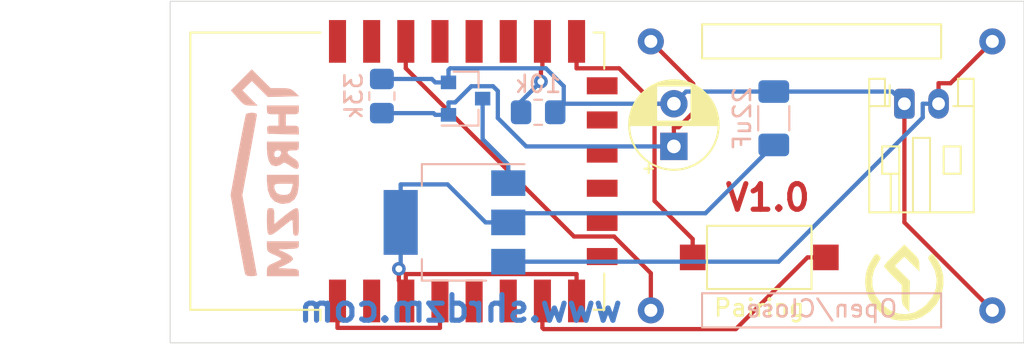
<source format=kicad_pcb>
(kicad_pcb (version 20171130) (host pcbnew "(5.1.9)-1")

  (general
    (thickness 1.6)
    (drawings 7)
    (tracks 85)
    (zones 0)
    (modules 13)
    (nets 24)
  )

  (page A4)
  (layers
    (0 F.Cu signal)
    (31 B.Cu signal)
    (32 B.Adhes user)
    (33 F.Adhes user)
    (34 B.Paste user)
    (35 F.Paste user)
    (36 B.SilkS user)
    (37 F.SilkS user)
    (38 B.Mask user)
    (39 F.Mask user)
    (40 Dwgs.User user)
    (41 Cmts.User user)
    (42 Eco1.User user)
    (43 Eco2.User user)
    (44 Edge.Cuts user)
    (45 Margin user)
    (46 B.CrtYd user)
    (47 F.CrtYd user)
    (48 B.Fab user)
    (49 F.Fab user)
  )

  (setup
    (last_trace_width 0.25)
    (trace_clearance 0.2)
    (zone_clearance 0.508)
    (zone_45_only no)
    (trace_min 0.2)
    (via_size 0.8)
    (via_drill 0.4)
    (via_min_size 0.4)
    (via_min_drill 0.3)
    (uvia_size 0.3)
    (uvia_drill 0.1)
    (uvias_allowed no)
    (uvia_min_size 0.2)
    (uvia_min_drill 0.1)
    (edge_width 0.05)
    (segment_width 0.2)
    (pcb_text_width 0.3)
    (pcb_text_size 1.5 1.5)
    (mod_edge_width 0.12)
    (mod_text_size 1 1)
    (mod_text_width 0.15)
    (pad_size 1.524 1.524)
    (pad_drill 0.762)
    (pad_to_mask_clearance 0)
    (aux_axis_origin 0 0)
    (visible_elements 7FFFFFFF)
    (pcbplotparams
      (layerselection 0x010fc_ffffffff)
      (usegerberextensions false)
      (usegerberattributes true)
      (usegerberadvancedattributes true)
      (creategerberjobfile true)
      (excludeedgelayer true)
      (linewidth 0.100000)
      (plotframeref false)
      (viasonmask false)
      (mode 1)
      (useauxorigin false)
      (hpglpennumber 1)
      (hpglpenspeed 20)
      (hpglpendiameter 15.000000)
      (psnegative false)
      (psa4output false)
      (plotreference true)
      (plotvalue true)
      (plotinvisibletext false)
      (padsonsilk false)
      (subtractmaskfromsilk false)
      (outputformat 1)
      (mirror false)
      (drillshape 1)
      (scaleselection 1)
      (outputdirectory ""))
  )

  (net 0 "")
  (net 1 "Net-(C1-Pad1)")
  (net 2 GND)
  (net 3 +3V3)
  (net 4 "Net-(J1-Pad2)")
  (net 5 "Net-(Q1-Pad3)")
  (net 6 "Net-(R2-Pad1)")
  (net 7 "Net-(SW2-Pad1)")
  (net 8 "Net-(SW3-Pad1)")
  (net 9 "Net-(U2-Pad1)")
  (net 10 "Net-(U2-Pad2)")
  (net 11 "Net-(U2-Pad5)")
  (net 12 "Net-(U2-Pad6)")
  (net 13 "Net-(U2-Pad9)")
  (net 14 "Net-(U2-Pad10)")
  (net 15 "Net-(U2-Pad11)")
  (net 16 "Net-(U2-Pad12)")
  (net 17 "Net-(U2-Pad13)")
  (net 18 "Net-(U2-Pad14)")
  (net 19 "Net-(U2-Pad17)")
  (net 20 "Net-(U2-Pad18)")
  (net 21 "Net-(U2-Pad19)")
  (net 22 "Net-(U2-Pad21)")
  (net 23 "Net-(U2-Pad22)")

  (net_class Default "This is the default net class."
    (clearance 0.2)
    (trace_width 0.25)
    (via_dia 0.8)
    (via_drill 0.4)
    (uvia_dia 0.3)
    (uvia_drill 0.1)
    (add_net +3V3)
    (add_net GND)
    (add_net "Net-(C1-Pad1)")
    (add_net "Net-(J1-Pad2)")
    (add_net "Net-(Q1-Pad3)")
    (add_net "Net-(R2-Pad1)")
    (add_net "Net-(SW2-Pad1)")
    (add_net "Net-(SW3-Pad1)")
    (add_net "Net-(U2-Pad1)")
    (add_net "Net-(U2-Pad10)")
    (add_net "Net-(U2-Pad11)")
    (add_net "Net-(U2-Pad12)")
    (add_net "Net-(U2-Pad13)")
    (add_net "Net-(U2-Pad14)")
    (add_net "Net-(U2-Pad17)")
    (add_net "Net-(U2-Pad18)")
    (add_net "Net-(U2-Pad19)")
    (add_net "Net-(U2-Pad2)")
    (add_net "Net-(U2-Pad21)")
    (add_net "Net-(U2-Pad22)")
    (add_net "Net-(U2-Pad5)")
    (add_net "Net-(U2-Pad6)")
    (add_net "Net-(U2-Pad9)")
  )

  (module "SHRDZM:SHRDZM 12x4" (layer B.Cu) (tedit 0) (tstamp 6078AF02)
    (at 31.5 46 270)
    (fp_text reference G2 (at 0 0 270) (layer B.SilkS) hide
      (effects (font (size 1.524 1.524) (thickness 0.3)) (justify mirror))
    )
    (fp_text value LOGO (at 0.75 0 270) (layer B.SilkS) hide
      (effects (font (size 1.524 1.524) (thickness 0.3)) (justify mirror))
    )
    (fp_poly (pts (xy -4.339167 1.554769) (xy -4.102935 1.341889) (xy -3.969597 1.184039) (xy -3.909977 1.030267)
      (xy -3.894903 0.82962) (xy -3.894667 0.778436) (xy -3.894667 0.386785) (xy -4.341309 0.827879)
      (xy -4.787951 1.268972) (xy -5.060564 0.996359) (xy -5.333178 0.723746) (xy -4.864899 0.250529)
      (xy -4.39662 -0.222687) (xy -4.445 -2.043753) (xy -4.677833 -1.80041) (xy -4.803636 -1.650301)
      (xy -4.873933 -1.494676) (xy -4.904383 -1.277766) (xy -4.910667 -0.971158) (xy -4.910667 -0.385249)
      (xy -5.460997 0.169331) (xy -6.011328 0.723911) (xy -5.397497 1.331681) (xy -4.783667 1.939451)
      (xy -4.339167 1.554769)) (layer B.SilkS) (width 0.01))
    (fp_poly (pts (xy -3.4778 -0.182707) (xy -3.405399 -0.255179) (xy -3.387068 -0.435278) (xy -3.386667 -0.508)
      (xy -3.386667 -0.846667) (xy -2.709333 -0.846667) (xy -2.709333 -0.502376) (xy -2.700484 -0.284237)
      (xy -2.652374 -0.191189) (xy -2.532663 -0.179128) (xy -2.4765 -0.184876) (xy -2.243667 -0.211667)
      (xy -2.219636 -1.121833) (xy -2.195605 -2.032) (xy -2.452469 -2.032) (xy -2.610402 -2.021196)
      (xy -2.685203 -1.958135) (xy -2.707864 -1.796845) (xy -2.709333 -1.651) (xy -2.709333 -1.27)
      (xy -3.386667 -1.27) (xy -3.386667 -1.651) (xy -3.39403 -1.885283) (xy -3.436543 -1.996247)
      (xy -3.544843 -2.029846) (xy -3.640667 -2.032) (xy -3.894667 -2.032) (xy -3.894667 -0.169333)
      (xy -3.640667 -0.169333) (xy -3.4778 -0.182707)) (layer B.SilkS) (width 0.01))
    (fp_poly (pts (xy -0.96904 -0.200286) (xy -0.647051 -0.284681) (xy -0.437448 -0.409818) (xy -0.405186 -0.449797)
      (xy -0.34261 -0.690252) (xy -0.413327 -0.942162) (xy -0.473038 -1.024145) (xy -0.546761 -1.128457)
      (xy -0.542382 -1.236282) (xy -0.449975 -1.402824) (xy -0.388371 -1.494965) (xy -0.225591 -1.764688)
      (xy -0.182043 -1.9318) (xy -0.258192 -2.01439) (xy -0.402167 -2.031771) (xy -0.581024 -1.99333)
      (xy -0.723127 -1.852073) (xy -0.804333 -1.71527) (xy -0.94335 -1.510789) (xy -1.084499 -1.384943)
      (xy -1.121833 -1.370624) (xy -1.217912 -1.382265) (xy -1.261258 -1.491832) (xy -1.27 -1.687125)
      (xy -1.279567 -1.906847) (xy -1.3319 -2.005526) (xy -1.462448 -2.031292) (xy -1.524 -2.032)
      (xy -1.778 -2.032) (xy -1.778 -0.810222) (xy -1.27 -0.810222) (xy -1.24236 -0.968798)
      (xy -1.130783 -1.006054) (xy -1.0795 -1.000722) (xy -0.908334 -0.904307) (xy -0.861945 -0.783167)
      (xy -0.873301 -0.640873) (xy -0.994121 -0.594375) (xy -1.052445 -0.592667) (xy -1.216163 -0.625115)
      (xy -1.268394 -0.756412) (xy -1.27 -0.810222) (xy -1.778 -0.810222) (xy -1.778 -0.169333)
      (xy -1.360179 -0.169333) (xy -0.96904 -0.200286)) (layer B.SilkS) (width 0.01))
    (fp_poly (pts (xy 0.529167 -0.169805) (xy 1.060406 -0.221315) (xy 1.459514 -0.373016) (xy 1.72388 -0.623012)
      (xy 1.850897 -0.969408) (xy 1.862667 -1.138453) (xy 1.796486 -1.50946) (xy 1.596677 -1.780497)
      (xy 1.261339 -1.952941) (xy 0.78857 -2.028169) (xy 0.629488 -2.032) (xy 0.169333 -2.032)
      (xy 0.169333 -1.144613) (xy 0.677333 -1.144613) (xy 0.677333 -1.696559) (xy 0.910167 -1.640938)
      (xy 1.121386 -1.570607) (xy 1.248833 -1.501958) (xy 1.331867 -1.345374) (xy 1.349892 -1.109954)
      (xy 1.305584 -0.872081) (xy 1.221619 -0.725714) (xy 1.032685 -0.619315) (xy 0.882952 -0.592667)
      (xy 0.7725 -0.603053) (xy 0.710906 -0.659649) (xy 0.683957 -0.800611) (xy 0.677437 -1.064093)
      (xy 0.677333 -1.144613) (xy 0.169333 -1.144613) (xy 0.169333 -0.169333) (xy 0.529167 -0.169805)) (layer B.SilkS) (width 0.01))
    (fp_poly (pts (xy 3.304644 -0.17851) (xy 3.56904 -0.218742) (xy 3.683354 -0.309087) (xy 3.656425 -0.468597)
      (xy 3.497094 -0.71633) (xy 3.2689 -1.004714) (xy 3.057051 -1.269371) (xy 2.893897 -1.484072)
      (xy 2.80401 -1.615987) (xy 2.794 -1.639258) (xy 2.870587 -1.668878) (xy 3.068141 -1.688519)
      (xy 3.259667 -1.693333) (xy 3.528774 -1.700683) (xy 3.668965 -1.732461) (xy 3.720367 -1.80326)
      (xy 3.725333 -1.862667) (xy 3.713187 -1.941369) (xy 3.65581 -1.99104) (xy 3.521789 -2.018294)
      (xy 3.279715 -2.029741) (xy 2.921 -2.032) (xy 2.545032 -2.028775) (xy 2.307521 -2.015244)
      (xy 2.177648 -1.985626) (xy 2.124597 -1.934137) (xy 2.116667 -1.881075) (xy 2.168369 -1.750319)
      (xy 2.306258 -1.531943) (xy 2.504506 -1.26532) (xy 2.588745 -1.161408) (xy 3.060824 -0.592667)
      (xy 2.588745 -0.592667) (xy 2.319763 -0.587345) (xy 2.178882 -0.559073) (xy 2.124931 -0.489391)
      (xy 2.116667 -0.381) (xy 2.122702 -0.28094) (xy 2.162495 -0.218748) (xy 2.268574 -0.185422)
      (xy 2.473468 -0.171955) (xy 2.809705 -0.169345) (xy 2.881324 -0.169333) (xy 3.304644 -0.17851)) (layer B.SilkS) (width 0.01))
    (fp_poly (pts (xy 4.54499 -0.181917) (xy 4.661268 -0.246027) (xy 4.758405 -0.401205) (xy 4.84198 -0.592667)
      (xy 4.94996 -0.827281) (xy 5.040807 -0.981007) (xy 5.08 -1.016) (xy 5.144101 -0.944558)
      (xy 5.243043 -0.760731) (xy 5.318019 -0.592667) (xy 5.429089 -0.346935) (xy 5.527062 -0.220882)
      (xy 5.656487 -0.174968) (xy 5.794974 -0.169333) (xy 6.096 -0.169333) (xy 6.096 -2.032)
      (xy 5.888042 -2.032) (xy 5.780403 -2.022184) (xy 5.71608 -1.968614) (xy 5.681348 -1.835104)
      (xy 5.662482 -1.585467) (xy 5.655209 -1.418167) (xy 5.630333 -0.804333) (xy 5.429407 -1.248833)
      (xy 5.268167 -1.544634) (xy 5.124582 -1.68332) (xy 5.08 -1.693333) (xy 4.943936 -1.610918)
      (xy 4.788142 -1.368747) (xy 4.730593 -1.248833) (xy 4.529667 -0.804333) (xy 4.504791 -1.418167)
      (xy 4.488637 -1.734716) (xy 4.463054 -1.918171) (xy 4.414315 -2.00472) (xy 4.328695 -2.030546)
      (xy 4.271957 -2.032) (xy 4.064 -2.032) (xy 4.064 -0.169333) (xy 4.365025 -0.169333)
      (xy 4.54499 -0.181917)) (layer B.SilkS) (width 0.01))
    (fp_poly (pts (xy 3.486147 1.570411) (xy 4.079853 1.462792) (xy 4.628866 1.362878) (xy 5.107899 1.275302)
      (xy 5.491662 1.204698) (xy 5.754867 1.155699) (xy 5.863167 1.134858) (xy 6.015575 1.082802)
      (xy 6.081718 0.973963) (xy 6.096 0.755273) (xy 6.083809 0.545616) (xy 6.053427 0.430756)
      (xy 6.042102 0.423333) (xy 5.947936 0.438102) (xy 5.709059 0.479793) (xy 5.347257 0.54448)
      (xy 4.884319 0.62824) (xy 4.342034 0.727149) (xy 3.742188 0.837282) (xy 3.671435 0.850317)
      (xy 1.354666 1.277301) (xy -0.962102 0.850317) (xy -1.569724 0.738948) (xy -2.124676 0.638407)
      (xy -2.60465 0.552644) (xy -2.987336 0.485605) (xy -3.250426 0.441239) (xy -3.37161 0.423492)
      (xy -3.375102 0.423333) (xy -3.439406 0.497767) (xy -3.470707 0.681168) (xy -3.471333 0.71467)
      (xy -3.450501 0.924369) (xy -3.399634 1.049136) (xy -3.392527 1.054711) (xy -3.29163 1.082145)
      (xy -3.046155 1.135263) (xy -2.678171 1.209701) (xy -2.209745 1.301092) (xy -1.662947 1.40507)
      (xy -1.059845 1.517269) (xy -0.98588 1.530868) (xy 1.341961 1.958318) (xy 3.486147 1.570411)) (layer B.SilkS) (width 0.01))
  )

  (module "SHRDZM:SHRDZM Symbol 5x5" (layer F.Cu) (tedit 0) (tstamp 6078AD58)
    (at 69 52.5)
    (fp_text reference G1 (at 0 0) (layer F.SilkS) hide
      (effects (font (size 1.524 1.524) (thickness 0.3)))
    )
    (fp_text value LOGO (at 0.75 0) (layer F.SilkS) hide
      (effects (font (size 1.524 1.524) (thickness 0.3)))
    )
    (fp_poly (pts (xy -1.506686 -1.625883) (xy -1.503334 -1.622852) (xy -1.398724 -1.505223) (xy -1.412956 -1.400282)
      (xy -1.469728 -1.316374) (xy -1.75387 -0.815712) (xy -1.886962 -0.30033) (xy -1.870112 0.211618)
      (xy -1.704429 0.701978) (xy -1.391021 1.152595) (xy -1.314082 1.233002) (xy -0.864498 1.5863)
      (xy -0.389162 1.785985) (xy 0.097619 1.832058) (xy 0.581538 1.724518) (xy 1.048286 1.463366)
      (xy 1.314081 1.233002) (xy 1.655709 0.792086) (xy 1.849824 0.307945) (xy 1.895319 -0.201268)
      (xy 1.791085 -0.717399) (xy 1.536013 -1.222293) (xy 1.469727 -1.316374) (xy 1.392661 -1.44994)
      (xy 1.429417 -1.550408) (xy 1.503333 -1.622852) (xy 1.595643 -1.694892) (xy 1.669653 -1.693628)
      (xy 1.758787 -1.598696) (xy 1.896469 -1.389728) (xy 1.903109 -1.379261) (xy 2.154504 -0.894106)
      (xy 2.275576 -0.412973) (xy 2.281585 0.121397) (xy 2.159228 0.698) (xy 1.896881 1.216996)
      (xy 1.509151 1.656847) (xy 1.010647 1.996013) (xy 1.009923 1.996385) (xy 0.657971 2.119791)
      (xy 0.226438 2.189529) (xy -0.218985 2.201228) (xy -0.612607 2.150515) (xy -0.738348 2.112708)
      (xy -1.277564 1.834626) (xy -1.717995 1.449179) (xy -2.044617 0.977102) (xy -2.242407 0.439127)
      (xy -2.297949 -0.039688) (xy -2.260217 -0.53047) (xy -2.125067 -0.969971) (xy -1.902146 -1.380781)
      (xy -1.762284 -1.59393) (xy -1.672115 -1.692258) (xy -1.598096 -1.696122) (xy -1.506686 -1.625883)) (layer F.SilkS) (width 0.01))
    (fp_poly (pts (xy 0.436196 -1.825987) (xy 0.66022 -1.596669) (xy 0.791224 -1.429677) (xy 0.853769 -1.280676)
      (xy 0.872417 -1.105331) (xy 0.873125 -1.037298) (xy 0.873125 -0.680111) (xy 0.43736 -1.110462)
      (xy 0.001596 -1.540814) (xy -0.278011 -1.269809) (xy -0.557617 -0.998804) (xy 0.322975 -0.108926)
      (xy 0.300394 0.784464) (xy 0.277812 1.677854) (xy 0.059531 1.44974) (xy -0.057965 1.309741)
      (xy -0.123848 1.16476) (xy -0.15261 0.9629) (xy -0.15875 0.668051) (xy -0.15875 0.114476)
      (xy -0.674688 -0.396875) (xy -0.902046 -0.630826) (xy -1.078259 -0.828545) (xy -1.177694 -0.960471)
      (xy -1.190625 -0.991882) (xy -1.137382 -1.079261) (xy -0.993484 -1.249778) (xy -0.782674 -1.476507)
      (xy -0.595679 -1.666512) (xy -0.000732 -2.257487) (xy 0.436196 -1.825987)) (layer F.SilkS) (width 0.01))
  )

  (module Capacitor_THT:CP_Radial_D5.0mm_P2.50mm (layer F.Cu) (tedit 5AE50EF0) (tstamp 6078A031)
    (at 55.5 44.5 90)
    (descr "CP, Radial series, Radial, pin pitch=2.50mm, , diameter=5mm, Electrolytic Capacitor")
    (tags "CP Radial series Radial pin pitch 2.50mm  diameter 5mm Electrolytic Capacitor")
    (path /60771802)
    (fp_text reference C1 (at 1.25 -3.75 90) (layer F.SilkS) hide
      (effects (font (size 1 1) (thickness 0.15)))
    )
    (fp_text value 100uF (at 1.25 3.75 90) (layer F.Paste)
      (effects (font (size 1 1) (thickness 0.15)))
    )
    (fp_circle (center 1.25 0) (end 3.75 0) (layer F.Fab) (width 0.1))
    (fp_circle (center 1.25 0) (end 3.87 0) (layer F.SilkS) (width 0.12))
    (fp_circle (center 1.25 0) (end 4 0) (layer F.CrtYd) (width 0.05))
    (fp_line (start -0.883605 -1.0875) (end -0.383605 -1.0875) (layer F.Fab) (width 0.1))
    (fp_line (start -0.633605 -1.3375) (end -0.633605 -0.8375) (layer F.Fab) (width 0.1))
    (fp_line (start 1.25 -2.58) (end 1.25 2.58) (layer F.SilkS) (width 0.12))
    (fp_line (start 1.29 -2.58) (end 1.29 2.58) (layer F.SilkS) (width 0.12))
    (fp_line (start 1.33 -2.579) (end 1.33 2.579) (layer F.SilkS) (width 0.12))
    (fp_line (start 1.37 -2.578) (end 1.37 2.578) (layer F.SilkS) (width 0.12))
    (fp_line (start 1.41 -2.576) (end 1.41 2.576) (layer F.SilkS) (width 0.12))
    (fp_line (start 1.45 -2.573) (end 1.45 2.573) (layer F.SilkS) (width 0.12))
    (fp_line (start 1.49 -2.569) (end 1.49 -1.04) (layer F.SilkS) (width 0.12))
    (fp_line (start 1.49 1.04) (end 1.49 2.569) (layer F.SilkS) (width 0.12))
    (fp_line (start 1.53 -2.565) (end 1.53 -1.04) (layer F.SilkS) (width 0.12))
    (fp_line (start 1.53 1.04) (end 1.53 2.565) (layer F.SilkS) (width 0.12))
    (fp_line (start 1.57 -2.561) (end 1.57 -1.04) (layer F.SilkS) (width 0.12))
    (fp_line (start 1.57 1.04) (end 1.57 2.561) (layer F.SilkS) (width 0.12))
    (fp_line (start 1.61 -2.556) (end 1.61 -1.04) (layer F.SilkS) (width 0.12))
    (fp_line (start 1.61 1.04) (end 1.61 2.556) (layer F.SilkS) (width 0.12))
    (fp_line (start 1.65 -2.55) (end 1.65 -1.04) (layer F.SilkS) (width 0.12))
    (fp_line (start 1.65 1.04) (end 1.65 2.55) (layer F.SilkS) (width 0.12))
    (fp_line (start 1.69 -2.543) (end 1.69 -1.04) (layer F.SilkS) (width 0.12))
    (fp_line (start 1.69 1.04) (end 1.69 2.543) (layer F.SilkS) (width 0.12))
    (fp_line (start 1.73 -2.536) (end 1.73 -1.04) (layer F.SilkS) (width 0.12))
    (fp_line (start 1.73 1.04) (end 1.73 2.536) (layer F.SilkS) (width 0.12))
    (fp_line (start 1.77 -2.528) (end 1.77 -1.04) (layer F.SilkS) (width 0.12))
    (fp_line (start 1.77 1.04) (end 1.77 2.528) (layer F.SilkS) (width 0.12))
    (fp_line (start 1.81 -2.52) (end 1.81 -1.04) (layer F.SilkS) (width 0.12))
    (fp_line (start 1.81 1.04) (end 1.81 2.52) (layer F.SilkS) (width 0.12))
    (fp_line (start 1.85 -2.511) (end 1.85 -1.04) (layer F.SilkS) (width 0.12))
    (fp_line (start 1.85 1.04) (end 1.85 2.511) (layer F.SilkS) (width 0.12))
    (fp_line (start 1.89 -2.501) (end 1.89 -1.04) (layer F.SilkS) (width 0.12))
    (fp_line (start 1.89 1.04) (end 1.89 2.501) (layer F.SilkS) (width 0.12))
    (fp_line (start 1.93 -2.491) (end 1.93 -1.04) (layer F.SilkS) (width 0.12))
    (fp_line (start 1.93 1.04) (end 1.93 2.491) (layer F.SilkS) (width 0.12))
    (fp_line (start 1.971 -2.48) (end 1.971 -1.04) (layer F.SilkS) (width 0.12))
    (fp_line (start 1.971 1.04) (end 1.971 2.48) (layer F.SilkS) (width 0.12))
    (fp_line (start 2.011 -2.468) (end 2.011 -1.04) (layer F.SilkS) (width 0.12))
    (fp_line (start 2.011 1.04) (end 2.011 2.468) (layer F.SilkS) (width 0.12))
    (fp_line (start 2.051 -2.455) (end 2.051 -1.04) (layer F.SilkS) (width 0.12))
    (fp_line (start 2.051 1.04) (end 2.051 2.455) (layer F.SilkS) (width 0.12))
    (fp_line (start 2.091 -2.442) (end 2.091 -1.04) (layer F.SilkS) (width 0.12))
    (fp_line (start 2.091 1.04) (end 2.091 2.442) (layer F.SilkS) (width 0.12))
    (fp_line (start 2.131 -2.428) (end 2.131 -1.04) (layer F.SilkS) (width 0.12))
    (fp_line (start 2.131 1.04) (end 2.131 2.428) (layer F.SilkS) (width 0.12))
    (fp_line (start 2.171 -2.414) (end 2.171 -1.04) (layer F.SilkS) (width 0.12))
    (fp_line (start 2.171 1.04) (end 2.171 2.414) (layer F.SilkS) (width 0.12))
    (fp_line (start 2.211 -2.398) (end 2.211 -1.04) (layer F.SilkS) (width 0.12))
    (fp_line (start 2.211 1.04) (end 2.211 2.398) (layer F.SilkS) (width 0.12))
    (fp_line (start 2.251 -2.382) (end 2.251 -1.04) (layer F.SilkS) (width 0.12))
    (fp_line (start 2.251 1.04) (end 2.251 2.382) (layer F.SilkS) (width 0.12))
    (fp_line (start 2.291 -2.365) (end 2.291 -1.04) (layer F.SilkS) (width 0.12))
    (fp_line (start 2.291 1.04) (end 2.291 2.365) (layer F.SilkS) (width 0.12))
    (fp_line (start 2.331 -2.348) (end 2.331 -1.04) (layer F.SilkS) (width 0.12))
    (fp_line (start 2.331 1.04) (end 2.331 2.348) (layer F.SilkS) (width 0.12))
    (fp_line (start 2.371 -2.329) (end 2.371 -1.04) (layer F.SilkS) (width 0.12))
    (fp_line (start 2.371 1.04) (end 2.371 2.329) (layer F.SilkS) (width 0.12))
    (fp_line (start 2.411 -2.31) (end 2.411 -1.04) (layer F.SilkS) (width 0.12))
    (fp_line (start 2.411 1.04) (end 2.411 2.31) (layer F.SilkS) (width 0.12))
    (fp_line (start 2.451 -2.29) (end 2.451 -1.04) (layer F.SilkS) (width 0.12))
    (fp_line (start 2.451 1.04) (end 2.451 2.29) (layer F.SilkS) (width 0.12))
    (fp_line (start 2.491 -2.268) (end 2.491 -1.04) (layer F.SilkS) (width 0.12))
    (fp_line (start 2.491 1.04) (end 2.491 2.268) (layer F.SilkS) (width 0.12))
    (fp_line (start 2.531 -2.247) (end 2.531 -1.04) (layer F.SilkS) (width 0.12))
    (fp_line (start 2.531 1.04) (end 2.531 2.247) (layer F.SilkS) (width 0.12))
    (fp_line (start 2.571 -2.224) (end 2.571 -1.04) (layer F.SilkS) (width 0.12))
    (fp_line (start 2.571 1.04) (end 2.571 2.224) (layer F.SilkS) (width 0.12))
    (fp_line (start 2.611 -2.2) (end 2.611 -1.04) (layer F.SilkS) (width 0.12))
    (fp_line (start 2.611 1.04) (end 2.611 2.2) (layer F.SilkS) (width 0.12))
    (fp_line (start 2.651 -2.175) (end 2.651 -1.04) (layer F.SilkS) (width 0.12))
    (fp_line (start 2.651 1.04) (end 2.651 2.175) (layer F.SilkS) (width 0.12))
    (fp_line (start 2.691 -2.149) (end 2.691 -1.04) (layer F.SilkS) (width 0.12))
    (fp_line (start 2.691 1.04) (end 2.691 2.149) (layer F.SilkS) (width 0.12))
    (fp_line (start 2.731 -2.122) (end 2.731 -1.04) (layer F.SilkS) (width 0.12))
    (fp_line (start 2.731 1.04) (end 2.731 2.122) (layer F.SilkS) (width 0.12))
    (fp_line (start 2.771 -2.095) (end 2.771 -1.04) (layer F.SilkS) (width 0.12))
    (fp_line (start 2.771 1.04) (end 2.771 2.095) (layer F.SilkS) (width 0.12))
    (fp_line (start 2.811 -2.065) (end 2.811 -1.04) (layer F.SilkS) (width 0.12))
    (fp_line (start 2.811 1.04) (end 2.811 2.065) (layer F.SilkS) (width 0.12))
    (fp_line (start 2.851 -2.035) (end 2.851 -1.04) (layer F.SilkS) (width 0.12))
    (fp_line (start 2.851 1.04) (end 2.851 2.035) (layer F.SilkS) (width 0.12))
    (fp_line (start 2.891 -2.004) (end 2.891 -1.04) (layer F.SilkS) (width 0.12))
    (fp_line (start 2.891 1.04) (end 2.891 2.004) (layer F.SilkS) (width 0.12))
    (fp_line (start 2.931 -1.971) (end 2.931 -1.04) (layer F.SilkS) (width 0.12))
    (fp_line (start 2.931 1.04) (end 2.931 1.971) (layer F.SilkS) (width 0.12))
    (fp_line (start 2.971 -1.937) (end 2.971 -1.04) (layer F.SilkS) (width 0.12))
    (fp_line (start 2.971 1.04) (end 2.971 1.937) (layer F.SilkS) (width 0.12))
    (fp_line (start 3.011 -1.901) (end 3.011 -1.04) (layer F.SilkS) (width 0.12))
    (fp_line (start 3.011 1.04) (end 3.011 1.901) (layer F.SilkS) (width 0.12))
    (fp_line (start 3.051 -1.864) (end 3.051 -1.04) (layer F.SilkS) (width 0.12))
    (fp_line (start 3.051 1.04) (end 3.051 1.864) (layer F.SilkS) (width 0.12))
    (fp_line (start 3.091 -1.826) (end 3.091 -1.04) (layer F.SilkS) (width 0.12))
    (fp_line (start 3.091 1.04) (end 3.091 1.826) (layer F.SilkS) (width 0.12))
    (fp_line (start 3.131 -1.785) (end 3.131 -1.04) (layer F.SilkS) (width 0.12))
    (fp_line (start 3.131 1.04) (end 3.131 1.785) (layer F.SilkS) (width 0.12))
    (fp_line (start 3.171 -1.743) (end 3.171 -1.04) (layer F.SilkS) (width 0.12))
    (fp_line (start 3.171 1.04) (end 3.171 1.743) (layer F.SilkS) (width 0.12))
    (fp_line (start 3.211 -1.699) (end 3.211 -1.04) (layer F.SilkS) (width 0.12))
    (fp_line (start 3.211 1.04) (end 3.211 1.699) (layer F.SilkS) (width 0.12))
    (fp_line (start 3.251 -1.653) (end 3.251 -1.04) (layer F.SilkS) (width 0.12))
    (fp_line (start 3.251 1.04) (end 3.251 1.653) (layer F.SilkS) (width 0.12))
    (fp_line (start 3.291 -1.605) (end 3.291 -1.04) (layer F.SilkS) (width 0.12))
    (fp_line (start 3.291 1.04) (end 3.291 1.605) (layer F.SilkS) (width 0.12))
    (fp_line (start 3.331 -1.554) (end 3.331 -1.04) (layer F.SilkS) (width 0.12))
    (fp_line (start 3.331 1.04) (end 3.331 1.554) (layer F.SilkS) (width 0.12))
    (fp_line (start 3.371 -1.5) (end 3.371 -1.04) (layer F.SilkS) (width 0.12))
    (fp_line (start 3.371 1.04) (end 3.371 1.5) (layer F.SilkS) (width 0.12))
    (fp_line (start 3.411 -1.443) (end 3.411 -1.04) (layer F.SilkS) (width 0.12))
    (fp_line (start 3.411 1.04) (end 3.411 1.443) (layer F.SilkS) (width 0.12))
    (fp_line (start 3.451 -1.383) (end 3.451 -1.04) (layer F.SilkS) (width 0.12))
    (fp_line (start 3.451 1.04) (end 3.451 1.383) (layer F.SilkS) (width 0.12))
    (fp_line (start 3.491 -1.319) (end 3.491 -1.04) (layer F.SilkS) (width 0.12))
    (fp_line (start 3.491 1.04) (end 3.491 1.319) (layer F.SilkS) (width 0.12))
    (fp_line (start 3.531 -1.251) (end 3.531 -1.04) (layer F.SilkS) (width 0.12))
    (fp_line (start 3.531 1.04) (end 3.531 1.251) (layer F.SilkS) (width 0.12))
    (fp_line (start 3.571 -1.178) (end 3.571 1.178) (layer F.SilkS) (width 0.12))
    (fp_line (start 3.611 -1.098) (end 3.611 1.098) (layer F.SilkS) (width 0.12))
    (fp_line (start 3.651 -1.011) (end 3.651 1.011) (layer F.SilkS) (width 0.12))
    (fp_line (start 3.691 -0.915) (end 3.691 0.915) (layer F.SilkS) (width 0.12))
    (fp_line (start 3.731 -0.805) (end 3.731 0.805) (layer F.SilkS) (width 0.12))
    (fp_line (start 3.771 -0.677) (end 3.771 0.677) (layer F.SilkS) (width 0.12))
    (fp_line (start 3.811 -0.518) (end 3.811 0.518) (layer F.SilkS) (width 0.12))
    (fp_line (start 3.851 -0.284) (end 3.851 0.284) (layer F.SilkS) (width 0.12))
    (fp_line (start -1.554775 -1.475) (end -1.054775 -1.475) (layer F.SilkS) (width 0.12))
    (fp_line (start -1.304775 -1.725) (end -1.304775 -1.225) (layer F.SilkS) (width 0.12))
    (fp_text user %R (at 1.25 0 90) (layer F.Fab)
      (effects (font (size 1 1) (thickness 0.15)))
    )
    (pad 2 thru_hole circle (at 2.5 0 90) (size 1.6 1.6) (drill 0.8) (layers *.Cu *.Mask)
      (net 2 GND))
    (pad 1 thru_hole rect (at 0 0 90) (size 1.6 1.6) (drill 0.8) (layers *.Cu *.Mask)
      (net 1 "Net-(C1-Pad1)"))
    (model ${KISYS3DMOD}/Capacitor_THT.3dshapes/CP_Radial_D5.0mm_P2.50mm.wrl
      (at (xyz 0 0 0))
      (scale (xyz 1 1 1))
      (rotate (xyz 0 0 0))
    )
  )

  (module Capacitor_SMD:C_1206_3216Metric_Pad1.33x1.80mm_HandSolder (layer B.Cu) (tedit 5F68FEEF) (tstamp 60788AD4)
    (at 61.35 42.85 90)
    (descr "Capacitor SMD 1206 (3216 Metric), square (rectangular) end terminal, IPC_7351 nominal with elongated pad for handsoldering. (Body size source: IPC-SM-782 page 76, https://www.pcb-3d.com/wordpress/wp-content/uploads/ipc-sm-782a_amendment_1_and_2.pdf), generated with kicad-footprint-generator")
    (tags "capacitor handsolder")
    (path /6078DB4C)
    (attr smd)
    (fp_text reference C2 (at 0 1.85 270) (layer B.SilkS) hide
      (effects (font (size 1 1) (thickness 0.15)) (justify mirror))
    )
    (fp_text value 22uF (at 0 -1.85 270) (layer B.SilkS)
      (effects (font (size 1 1) (thickness 0.15)) (justify mirror))
    )
    (fp_line (start 2.48 -1.15) (end -2.48 -1.15) (layer B.CrtYd) (width 0.05))
    (fp_line (start 2.48 1.15) (end 2.48 -1.15) (layer B.CrtYd) (width 0.05))
    (fp_line (start -2.48 1.15) (end 2.48 1.15) (layer B.CrtYd) (width 0.05))
    (fp_line (start -2.48 -1.15) (end -2.48 1.15) (layer B.CrtYd) (width 0.05))
    (fp_line (start -0.711252 -0.91) (end 0.711252 -0.91) (layer B.SilkS) (width 0.12))
    (fp_line (start -0.711252 0.91) (end 0.711252 0.91) (layer B.SilkS) (width 0.12))
    (fp_line (start 1.6 -0.8) (end -1.6 -0.8) (layer B.Fab) (width 0.1))
    (fp_line (start 1.6 0.8) (end 1.6 -0.8) (layer B.Fab) (width 0.1))
    (fp_line (start -1.6 0.8) (end 1.6 0.8) (layer B.Fab) (width 0.1))
    (fp_line (start -1.6 -0.8) (end -1.6 0.8) (layer B.Fab) (width 0.1))
    (fp_text user %R (at 0 0 270) (layer B.Fab) hide
      (effects (font (size 0.8 0.8) (thickness 0.12)) (justify mirror))
    )
    (pad 1 smd roundrect (at -1.5625 0 90) (size 1.325 1.8) (layers B.Cu B.Paste B.Mask) (roundrect_rratio 0.188679)
      (net 3 +3V3))
    (pad 2 smd roundrect (at 1.5625 0 90) (size 1.325 1.8) (layers B.Cu B.Paste B.Mask) (roundrect_rratio 0.188679)
      (net 2 GND))
    (model ${KISYS3DMOD}/Capacitor_SMD.3dshapes/C_1206_3216Metric.wrl
      (at (xyz 0 0 0))
      (scale (xyz 1 1 1))
      (rotate (xyz 0 0 0))
    )
  )

  (module Connector_JST:JST_PH_S2B-PH-K_1x02_P2.00mm_Horizontal (layer F.Cu) (tedit 5B7745C6) (tstamp 60788B22)
    (at 69 42)
    (descr "JST PH series connector, S2B-PH-K (http://www.jst-mfg.com/product/pdf/eng/ePH.pdf), generated with kicad-footprint-generator")
    (tags "connector JST PH top entry")
    (path /607A3688)
    (fp_text reference J1 (at 1 -2.55) (layer F.SilkS) hide
      (effects (font (size 1 1) (thickness 0.15)))
    )
    (fp_text value 9V (at 1 7.45) (layer F.Paste)
      (effects (font (size 1 1) (thickness 0.15)))
    )
    (fp_line (start 0.5 1.375) (end 0 0.875) (layer F.Fab) (width 0.1))
    (fp_line (start -0.5 1.375) (end 0.5 1.375) (layer F.Fab) (width 0.1))
    (fp_line (start 0 0.875) (end -0.5 1.375) (layer F.Fab) (width 0.1))
    (fp_line (start -0.86 0.14) (end -0.86 -1.075) (layer F.SilkS) (width 0.12))
    (fp_line (start 3.25 0.25) (end -1.25 0.25) (layer F.Fab) (width 0.1))
    (fp_line (start 3.25 -1.35) (end 3.25 0.25) (layer F.Fab) (width 0.1))
    (fp_line (start 3.95 -1.35) (end 3.25 -1.35) (layer F.Fab) (width 0.1))
    (fp_line (start 3.95 6.25) (end 3.95 -1.35) (layer F.Fab) (width 0.1))
    (fp_line (start -1.95 6.25) (end 3.95 6.25) (layer F.Fab) (width 0.1))
    (fp_line (start -1.95 -1.35) (end -1.95 6.25) (layer F.Fab) (width 0.1))
    (fp_line (start -1.25 -1.35) (end -1.95 -1.35) (layer F.Fab) (width 0.1))
    (fp_line (start -1.25 0.25) (end -1.25 -1.35) (layer F.Fab) (width 0.1))
    (fp_line (start 4.45 -1.85) (end -2.45 -1.85) (layer F.CrtYd) (width 0.05))
    (fp_line (start 4.45 6.75) (end 4.45 -1.85) (layer F.CrtYd) (width 0.05))
    (fp_line (start -2.45 6.75) (end 4.45 6.75) (layer F.CrtYd) (width 0.05))
    (fp_line (start -2.45 -1.85) (end -2.45 6.75) (layer F.CrtYd) (width 0.05))
    (fp_line (start -0.8 4.1) (end -0.8 6.36) (layer F.SilkS) (width 0.12))
    (fp_line (start -0.3 4.1) (end -0.3 6.36) (layer F.SilkS) (width 0.12))
    (fp_line (start 2.3 2.5) (end 3.3 2.5) (layer F.SilkS) (width 0.12))
    (fp_line (start 2.3 4.1) (end 2.3 2.5) (layer F.SilkS) (width 0.12))
    (fp_line (start 3.3 4.1) (end 2.3 4.1) (layer F.SilkS) (width 0.12))
    (fp_line (start 3.3 2.5) (end 3.3 4.1) (layer F.SilkS) (width 0.12))
    (fp_line (start -0.3 2.5) (end -1.3 2.5) (layer F.SilkS) (width 0.12))
    (fp_line (start -0.3 4.1) (end -0.3 2.5) (layer F.SilkS) (width 0.12))
    (fp_line (start -1.3 4.1) (end -0.3 4.1) (layer F.SilkS) (width 0.12))
    (fp_line (start -1.3 2.5) (end -1.3 4.1) (layer F.SilkS) (width 0.12))
    (fp_line (start 4.06 0.14) (end 3.14 0.14) (layer F.SilkS) (width 0.12))
    (fp_line (start -2.06 0.14) (end -1.14 0.14) (layer F.SilkS) (width 0.12))
    (fp_line (start 1.5 2) (end 1.5 6.36) (layer F.SilkS) (width 0.12))
    (fp_line (start 0.5 2) (end 1.5 2) (layer F.SilkS) (width 0.12))
    (fp_line (start 0.5 6.36) (end 0.5 2) (layer F.SilkS) (width 0.12))
    (fp_line (start 3.14 0.14) (end 2.86 0.14) (layer F.SilkS) (width 0.12))
    (fp_line (start 3.14 -1.46) (end 3.14 0.14) (layer F.SilkS) (width 0.12))
    (fp_line (start 4.06 -1.46) (end 3.14 -1.46) (layer F.SilkS) (width 0.12))
    (fp_line (start 4.06 6.36) (end 4.06 -1.46) (layer F.SilkS) (width 0.12))
    (fp_line (start -2.06 6.36) (end 4.06 6.36) (layer F.SilkS) (width 0.12))
    (fp_line (start -2.06 -1.46) (end -2.06 6.36) (layer F.SilkS) (width 0.12))
    (fp_line (start -1.14 -1.46) (end -2.06 -1.46) (layer F.SilkS) (width 0.12))
    (fp_line (start -1.14 0.14) (end -1.14 -1.46) (layer F.SilkS) (width 0.12))
    (fp_line (start -0.86 0.14) (end -1.14 0.14) (layer F.SilkS) (width 0.12))
    (fp_text user %R (at 2.154999 3.174999) (layer F.Fab)
      (effects (font (size 1 1) (thickness 0.15)))
    )
    (pad 1 thru_hole roundrect (at 0 0) (size 1.2 1.75) (drill 0.75) (layers *.Cu *.Mask) (roundrect_rratio 0.208333)
      (net 2 GND))
    (pad 2 thru_hole oval (at 2 0) (size 1.2 1.75) (drill 0.75) (layers *.Cu *.Mask)
      (net 4 "Net-(J1-Pad2)"))
    (model ${KISYS3DMOD}/Connector_JST.3dshapes/JST_PH_S2B-PH-K_1x02_P2.00mm_Horizontal.wrl
      (at (xyz 0 0 0))
      (scale (xyz 1 1 1))
      (rotate (xyz 0 0 0))
    )
  )

  (module Package_TO_SOT_SMD:SOT-23 (layer B.Cu) (tedit 5A02FF57) (tstamp 60788A9C)
    (at 43.3 41.7)
    (descr "SOT-23, Standard")
    (tags SOT-23)
    (path /60784E62)
    (attr smd)
    (fp_text reference Q1 (at 0 2.5) (layer B.SilkS) hide
      (effects (font (size 1 1) (thickness 0.15)) (justify mirror))
    )
    (fp_text value NTR4003NT1G (at 0 -2.5) (layer B.Fab)
      (effects (font (size 1 1) (thickness 0.15)) (justify mirror))
    )
    (fp_line (start 0.76 -1.58) (end -0.7 -1.58) (layer B.SilkS) (width 0.12))
    (fp_line (start 0.76 1.58) (end -1.4 1.58) (layer B.SilkS) (width 0.12))
    (fp_line (start -1.7 -1.75) (end -1.7 1.75) (layer B.CrtYd) (width 0.05))
    (fp_line (start 1.7 -1.75) (end -1.7 -1.75) (layer B.CrtYd) (width 0.05))
    (fp_line (start 1.7 1.75) (end 1.7 -1.75) (layer B.CrtYd) (width 0.05))
    (fp_line (start -1.7 1.75) (end 1.7 1.75) (layer B.CrtYd) (width 0.05))
    (fp_line (start 0.76 1.58) (end 0.76 0.65) (layer B.SilkS) (width 0.12))
    (fp_line (start 0.76 -1.58) (end 0.76 -0.65) (layer B.SilkS) (width 0.12))
    (fp_line (start -0.7 -1.52) (end 0.7 -1.52) (layer B.Fab) (width 0.1))
    (fp_line (start 0.7 1.52) (end 0.7 -1.52) (layer B.Fab) (width 0.1))
    (fp_line (start -0.7 0.95) (end -0.15 1.52) (layer B.Fab) (width 0.1))
    (fp_line (start -0.15 1.52) (end 0.7 1.52) (layer B.Fab) (width 0.1))
    (fp_line (start -0.7 0.95) (end -0.7 -1.5) (layer B.Fab) (width 0.1))
    (fp_text user %R (at 0 0 -90) (layer B.Fab)
      (effects (font (size 0.5 0.5) (thickness 0.075)) (justify mirror))
    )
    (pad 1 smd rect (at -1 0.95) (size 0.9 0.8) (layers B.Cu B.Paste B.Mask)
      (net 1 "Net-(C1-Pad1)"))
    (pad 2 smd rect (at -1 -0.95) (size 0.9 0.8) (layers B.Cu B.Paste B.Mask)
      (net 2 GND))
    (pad 3 smd rect (at 1 0) (size 0.9 0.8) (layers B.Cu B.Paste B.Mask)
      (net 5 "Net-(Q1-Pad3)"))
    (model ${KISYS3DMOD}/Package_TO_SOT_SMD.3dshapes/SOT-23.wrl
      (at (xyz 0 0 0))
      (scale (xyz 1 1 1))
      (rotate (xyz 0 0 0))
    )
  )

  (module Resistor_SMD:R_0805_2012Metric_Pad1.20x1.40mm_HandSolder (layer B.Cu) (tedit 5F68FEEE) (tstamp 60788A68)
    (at 38.4 41.55 90)
    (descr "Resistor SMD 0805 (2012 Metric), square (rectangular) end terminal, IPC_7351 nominal with elongated pad for handsoldering. (Body size source: IPC-SM-782 page 72, https://www.pcb-3d.com/wordpress/wp-content/uploads/ipc-sm-782a_amendment_1_and_2.pdf), generated with kicad-footprint-generator")
    (tags "resistor handsolder")
    (path /60773A0E)
    (attr smd)
    (fp_text reference R1 (at 0 1.65 270) (layer B.SilkS) hide
      (effects (font (size 1 1) (thickness 0.15)) (justify mirror))
    )
    (fp_text value 33k (at 0 -1.65 270) (layer B.SilkS)
      (effects (font (size 1 1) (thickness 0.15)) (justify mirror))
    )
    (fp_line (start 1.85 -0.95) (end -1.85 -0.95) (layer B.CrtYd) (width 0.05))
    (fp_line (start 1.85 0.95) (end 1.85 -0.95) (layer B.CrtYd) (width 0.05))
    (fp_line (start -1.85 0.95) (end 1.85 0.95) (layer B.CrtYd) (width 0.05))
    (fp_line (start -1.85 -0.95) (end -1.85 0.95) (layer B.CrtYd) (width 0.05))
    (fp_line (start -0.227064 -0.735) (end 0.227064 -0.735) (layer B.SilkS) (width 0.12))
    (fp_line (start -0.227064 0.735) (end 0.227064 0.735) (layer B.SilkS) (width 0.12))
    (fp_line (start 1 -0.625) (end -1 -0.625) (layer B.Fab) (width 0.1))
    (fp_line (start 1 0.625) (end 1 -0.625) (layer B.Fab) (width 0.1))
    (fp_line (start -1 0.625) (end 1 0.625) (layer B.Fab) (width 0.1))
    (fp_line (start -1 -0.625) (end -1 0.625) (layer B.Fab) (width 0.1))
    (fp_text user %R (at 0 0 -90) (layer B.Fab)
      (effects (font (size 0.5 0.5) (thickness 0.08)) (justify mirror))
    )
    (pad 1 smd roundrect (at -1 0 90) (size 1.2 1.4) (layers B.Cu B.Paste B.Mask) (roundrect_rratio 0.208333)
      (net 1 "Net-(C1-Pad1)"))
    (pad 2 smd roundrect (at 1 0 90) (size 1.2 1.4) (layers B.Cu B.Paste B.Mask) (roundrect_rratio 0.208333)
      (net 2 GND))
    (model ${KISYS3DMOD}/Resistor_SMD.3dshapes/R_0805_2012Metric.wrl
      (at (xyz 0 0 0))
      (scale (xyz 1 1 1))
      (rotate (xyz 0 0 0))
    )
  )

  (module Resistor_SMD:R_0805_2012Metric_Pad1.20x1.40mm_HandSolder (layer B.Cu) (tedit 5F68FEEE) (tstamp 60788A38)
    (at 47.55 42.5)
    (descr "Resistor SMD 0805 (2012 Metric), square (rectangular) end terminal, IPC_7351 nominal with elongated pad for handsoldering. (Body size source: IPC-SM-782 page 72, https://www.pcb-3d.com/wordpress/wp-content/uploads/ipc-sm-782a_amendment_1_and_2.pdf), generated with kicad-footprint-generator")
    (tags "resistor handsolder")
    (path /6077AD05)
    (attr smd)
    (fp_text reference R2 (at 0 1.65) (layer B.SilkS) hide
      (effects (font (size 1 1) (thickness 0.15)) (justify mirror))
    )
    (fp_text value 10k (at 0 -1.65) (layer B.SilkS)
      (effects (font (size 1 1) (thickness 0.15)) (justify mirror))
    )
    (fp_line (start -1 -0.625) (end -1 0.625) (layer B.Fab) (width 0.1))
    (fp_line (start -1 0.625) (end 1 0.625) (layer B.Fab) (width 0.1))
    (fp_line (start 1 0.625) (end 1 -0.625) (layer B.Fab) (width 0.1))
    (fp_line (start 1 -0.625) (end -1 -0.625) (layer B.Fab) (width 0.1))
    (fp_line (start -0.227064 0.735) (end 0.227064 0.735) (layer B.SilkS) (width 0.12))
    (fp_line (start -0.227064 -0.735) (end 0.227064 -0.735) (layer B.SilkS) (width 0.12))
    (fp_line (start -1.85 -0.95) (end -1.85 0.95) (layer B.CrtYd) (width 0.05))
    (fp_line (start -1.85 0.95) (end 1.85 0.95) (layer B.CrtYd) (width 0.05))
    (fp_line (start 1.85 0.95) (end 1.85 -0.95) (layer B.CrtYd) (width 0.05))
    (fp_line (start 1.85 -0.95) (end -1.85 -0.95) (layer B.CrtYd) (width 0.05))
    (fp_text user %R (at 0 0) (layer B.Fab)
      (effects (font (size 0.5 0.5) (thickness 0.08)) (justify mirror))
    )
    (pad 2 smd roundrect (at 1 0) (size 1.2 1.4) (layers B.Cu B.Paste B.Mask) (roundrect_rratio 0.208333)
      (net 2 GND))
    (pad 1 smd roundrect (at -1 0) (size 1.2 1.4) (layers B.Cu B.Paste B.Mask) (roundrect_rratio 0.208333)
      (net 6 "Net-(R2-Pad1)"))
    (model ${KISYS3DMOD}/Resistor_SMD.3dshapes/R_0805_2012Metric.wrl
      (at (xyz 0 0 0))
      (scale (xyz 1 1 1))
      (rotate (xyz 0 0 0))
    )
  )

  (module "SHRDZM:Magnetic Reed Relay" (layer F.Cu) (tedit 6052FCBF) (tstamp 60788BA2)
    (at 64.15 38.35 180)
    (path /607709A2)
    (fp_text reference SW1 (at 0 2) (layer F.SilkS) hide
      (effects (font (size 1 1) (thickness 0.15)))
    )
    (fp_text value Trigger (at 0.15 -0.15) (layer F.Paste)
      (effects (font (size 1 1) (thickness 0.15)))
    )
    (fp_line (start -7 1) (end -7 -1) (layer F.SilkS) (width 0.12))
    (fp_line (start 7 1) (end -7 1) (layer F.SilkS) (width 0.12))
    (fp_line (start 7 -1) (end 7 1) (layer F.SilkS) (width 0.12))
    (fp_line (start -7 -1) (end 7 -1) (layer F.SilkS) (width 0.12))
    (pad 1 thru_hole circle (at -10 0 180) (size 1.524 1.524) (drill 0.762) (layers *.Cu *.Mask)
      (net 4 "Net-(J1-Pad2)"))
    (pad 2 thru_hole circle (at 10 0 180) (size 1.524 1.524) (drill 0.762) (layers *.Cu *.Mask)
      (net 1 "Net-(C1-Pad1)"))
    (model C:/Users/erich/Nextcloud/Diverses/KiCAD/model/MagneticSwitch.wrl
      (offset (xyz 0 0 4))
      (scale (xyz 0.1 0.1 0.1))
      (rotate (xyz 0 0 0))
    )
  )

  (module "SHRDZM:Magnetic Reed Relay" (layer B.Cu) (tedit 6052FCBF) (tstamp 607889C8)
    (at 64.15 54.1)
    (path /607790E4)
    (fp_text reference SW2 (at 0 -2) (layer B.SilkS) hide
      (effects (font (size 1 1) (thickness 0.15)) (justify mirror))
    )
    (fp_text value Open/Close (at 0 -0.1 180) (layer B.SilkS)
      (effects (font (size 1 1) (thickness 0.15)) (justify mirror))
    )
    (fp_line (start -7 1) (end 7 1) (layer B.SilkS) (width 0.12))
    (fp_line (start 7 1) (end 7 -1) (layer B.SilkS) (width 0.12))
    (fp_line (start 7 -1) (end -7 -1) (layer B.SilkS) (width 0.12))
    (fp_line (start -7 -1) (end -7 1) (layer B.SilkS) (width 0.12))
    (pad 2 thru_hole circle (at 10 0) (size 1.524 1.524) (drill 0.762) (layers *.Cu *.Mask)
      (net 2 GND))
    (pad 1 thru_hole circle (at -10 0) (size 1.524 1.524) (drill 0.762) (layers *.Cu *.Mask)
      (net 7 "Net-(SW2-Pad1)"))
    (model C:/Users/erich/Nextcloud/Diverses/KiCAD/model/MagneticSwitch.wrl
      (offset (xyz 0 0 1))
      (scale (xyz 0.1 0.1 0.1))
      (rotate (xyz 0 0 0))
    )
  )

  (module Button_Switch_SMD:SW_SPST_CK_RS282G05A3 (layer F.Cu) (tedit 5A7A67D2) (tstamp 607889F4)
    (at 60.5 51 180)
    (descr https://www.mouser.com/ds/2/60/RS-282G05A-SM_RT-1159762.pdf)
    (tags "SPST button tactile switch")
    (path /60791BF0)
    (attr smd)
    (fp_text reference SW3 (at 0 -2.6) (layer F.SilkS) hide
      (effects (font (size 1 1) (thickness 0.15)))
    )
    (fp_text value Pairing (at 0 -2.95) (layer F.SilkS)
      (effects (font (size 1 1) (thickness 0.15)))
    )
    (fp_line (start 3 -1.8) (end 3 1.8) (layer F.Fab) (width 0.1))
    (fp_line (start -3 -1.8) (end -3 1.8) (layer F.Fab) (width 0.1))
    (fp_line (start -3 -1.8) (end 3 -1.8) (layer F.Fab) (width 0.1))
    (fp_line (start -3 1.8) (end 3 1.8) (layer F.Fab) (width 0.1))
    (fp_line (start -1.5 -0.8) (end -1.5 0.8) (layer F.Fab) (width 0.1))
    (fp_line (start 1.5 -0.8) (end 1.5 0.8) (layer F.Fab) (width 0.1))
    (fp_line (start -1.5 -0.8) (end 1.5 -0.8) (layer F.Fab) (width 0.1))
    (fp_line (start -1.5 0.8) (end 1.5 0.8) (layer F.Fab) (width 0.1))
    (fp_line (start -3.06 1.85) (end -3.06 -1.85) (layer F.SilkS) (width 0.12))
    (fp_line (start 3.06 1.85) (end -3.06 1.85) (layer F.SilkS) (width 0.12))
    (fp_line (start 3.06 -1.85) (end 3.06 1.85) (layer F.SilkS) (width 0.12))
    (fp_line (start -3.06 -1.85) (end 3.06 -1.85) (layer F.SilkS) (width 0.12))
    (fp_line (start -1.75 1) (end -1.75 -1) (layer F.Fab) (width 0.1))
    (fp_line (start 1.75 1) (end -1.75 1) (layer F.Fab) (width 0.1))
    (fp_line (start 1.75 -1) (end 1.75 1) (layer F.Fab) (width 0.1))
    (fp_line (start -1.75 -1) (end 1.75 -1) (layer F.Fab) (width 0.1))
    (fp_line (start -4.9 -2.05) (end 4.9 -2.05) (layer F.CrtYd) (width 0.05))
    (fp_line (start 4.9 -2.05) (end 4.9 2.05) (layer F.CrtYd) (width 0.05))
    (fp_line (start 4.9 2.05) (end -4.9 2.05) (layer F.CrtYd) (width 0.05))
    (fp_line (start -4.9 2.05) (end -4.9 -2.05) (layer F.CrtYd) (width 0.05))
    (fp_text user %R (at 0 -2.6) (layer F.Fab) hide
      (effects (font (size 1 1) (thickness 0.15)))
    )
    (pad 1 smd rect (at -3.9 0 180) (size 1.5 1.5) (layers F.Cu F.Paste F.Mask)
      (net 8 "Net-(SW3-Pad1)"))
    (pad 2 smd rect (at 3.9 0 180) (size 1.5 1.5) (layers F.Cu F.Paste F.Mask)
      (net 2 GND))
    (model ${KISYS3DMOD}/Button_Switch_SMD.3dshapes/SW_SPST_CK_RS282G05A3.wrl
      (at (xyz 0 0 0))
      (scale (xyz 1 1 1))
      (rotate (xyz 0 0 0))
    )
  )

  (module Package_TO_SOT_SMD:SOT-223-3_TabPin2 (layer B.Cu) (tedit 5A02FF57) (tstamp 60788995)
    (at 42.65 48.95 180)
    (descr "module CMS SOT223 4 pins")
    (tags "CMS SOT")
    (path /6076FCE2)
    (attr smd)
    (fp_text reference U1 (at 0 4.5) (layer B.SilkS) hide
      (effects (font (size 1 1) (thickness 0.15)) (justify mirror))
    )
    (fp_text value AMS1117-3.3 (at 0 -4.5) (layer B.Fab)
      (effects (font (size 1 1) (thickness 0.15)) (justify mirror))
    )
    (fp_line (start 1.85 3.35) (end 1.85 -3.35) (layer B.Fab) (width 0.1))
    (fp_line (start -1.85 -3.35) (end 1.85 -3.35) (layer B.Fab) (width 0.1))
    (fp_line (start -4.1 3.41) (end 1.91 3.41) (layer B.SilkS) (width 0.12))
    (fp_line (start -0.85 3.35) (end 1.85 3.35) (layer B.Fab) (width 0.1))
    (fp_line (start -1.85 -3.41) (end 1.91 -3.41) (layer B.SilkS) (width 0.12))
    (fp_line (start -1.85 2.35) (end -1.85 -3.35) (layer B.Fab) (width 0.1))
    (fp_line (start -1.85 2.35) (end -0.85 3.35) (layer B.Fab) (width 0.1))
    (fp_line (start -4.4 3.6) (end -4.4 -3.6) (layer B.CrtYd) (width 0.05))
    (fp_line (start -4.4 -3.6) (end 4.4 -3.6) (layer B.CrtYd) (width 0.05))
    (fp_line (start 4.4 -3.6) (end 4.4 3.6) (layer B.CrtYd) (width 0.05))
    (fp_line (start 4.4 3.6) (end -4.4 3.6) (layer B.CrtYd) (width 0.05))
    (fp_line (start 1.91 3.41) (end 1.91 2.15) (layer B.SilkS) (width 0.12))
    (fp_line (start 1.91 -3.41) (end 1.91 -2.15) (layer B.SilkS) (width 0.12))
    (fp_text user %R (at 0 0 270) (layer B.Fab) hide
      (effects (font (size 0.8 0.8) (thickness 0.12)) (justify mirror))
    )
    (pad 2 smd rect (at 3.15 0 180) (size 2 3.8) (layers B.Cu B.Paste B.Mask)
      (net 3 +3V3))
    (pad 2 smd rect (at -3.15 0 180) (size 2 1.5) (layers B.Cu B.Paste B.Mask)
      (net 3 +3V3))
    (pad 3 smd rect (at -3.15 -2.3 180) (size 2 1.5) (layers B.Cu B.Paste B.Mask)
      (net 4 "Net-(J1-Pad2)"))
    (pad 1 smd rect (at -3.15 2.3 180) (size 2 1.5) (layers B.Cu B.Paste B.Mask)
      (net 5 "Net-(Q1-Pad3)"))
    (model ${KISYS3DMOD}/Package_TO_SOT_SMD.3dshapes/SOT-223.wrl
      (at (xyz 0 0 0))
      (scale (xyz 1 1 1))
      (rotate (xyz 0 0 0))
    )
  )

  (module RF_Module:ESP-12E (layer F.Cu) (tedit 5A030172) (tstamp 607883C7)
    (at 39.3 45.95 90)
    (descr "Wi-Fi Module, http://wiki.ai-thinker.com/_media/esp8266/docs/aithinker_esp_12f_datasheet_en.pdf")
    (tags "Wi-Fi Module")
    (path /60775E1B)
    (attr smd)
    (fp_text reference U2 (at -10.56 -5.26 90) (layer F.SilkS) hide
      (effects (font (size 1 1) (thickness 0.15)))
    )
    (fp_text value ESP-12F (at -0.06 -12.78 90) (layer F.Fab)
      (effects (font (size 1 1) (thickness 0.15)))
    )
    (fp_line (start 5.56 -4.8) (end 8.12 -7.36) (layer Dwgs.User) (width 0.12))
    (fp_line (start 2.56 -4.8) (end 8.12 -10.36) (layer Dwgs.User) (width 0.12))
    (fp_line (start -0.44 -4.8) (end 6.88 -12.12) (layer Dwgs.User) (width 0.12))
    (fp_line (start -3.44 -4.8) (end 3.88 -12.12) (layer Dwgs.User) (width 0.12))
    (fp_line (start -6.44 -4.8) (end 0.88 -12.12) (layer Dwgs.User) (width 0.12))
    (fp_line (start -8.12 -6.12) (end -2.12 -12.12) (layer Dwgs.User) (width 0.12))
    (fp_line (start -8.12 -9.12) (end -5.12 -12.12) (layer Dwgs.User) (width 0.12))
    (fp_line (start -8.12 -4.8) (end -8.12 -12.12) (layer Dwgs.User) (width 0.12))
    (fp_line (start 8.12 -4.8) (end -8.12 -4.8) (layer Dwgs.User) (width 0.12))
    (fp_line (start 8.12 -12.12) (end 8.12 -4.8) (layer Dwgs.User) (width 0.12))
    (fp_line (start -8.12 -12.12) (end 8.12 -12.12) (layer Dwgs.User) (width 0.12))
    (fp_line (start -8.12 -4.5) (end -8.73 -4.5) (layer F.SilkS) (width 0.12))
    (fp_line (start -8.12 -4.5) (end -8.12 -12.12) (layer F.SilkS) (width 0.12))
    (fp_line (start -8.12 12.12) (end -8.12 11.5) (layer F.SilkS) (width 0.12))
    (fp_line (start -6 12.12) (end -8.12 12.12) (layer F.SilkS) (width 0.12))
    (fp_line (start 8.12 12.12) (end 6 12.12) (layer F.SilkS) (width 0.12))
    (fp_line (start 8.12 11.5) (end 8.12 12.12) (layer F.SilkS) (width 0.12))
    (fp_line (start 8.12 -12.12) (end 8.12 -4.5) (layer F.SilkS) (width 0.12))
    (fp_line (start -8.12 -12.12) (end 8.12 -12.12) (layer F.SilkS) (width 0.12))
    (fp_line (start -9.05 13.1) (end -9.05 -12.2) (layer F.CrtYd) (width 0.05))
    (fp_line (start 9.05 13.1) (end -9.05 13.1) (layer F.CrtYd) (width 0.05))
    (fp_line (start 9.05 -12.2) (end 9.05 13.1) (layer F.CrtYd) (width 0.05))
    (fp_line (start -9.05 -12.2) (end 9.05 -12.2) (layer F.CrtYd) (width 0.05))
    (fp_line (start -8 -4) (end -8 -12) (layer F.Fab) (width 0.12))
    (fp_line (start -7.5 -3.5) (end -8 -4) (layer F.Fab) (width 0.12))
    (fp_line (start -8 -3) (end -7.5 -3.5) (layer F.Fab) (width 0.12))
    (fp_line (start -8 12) (end -8 -3) (layer F.Fab) (width 0.12))
    (fp_line (start 8 12) (end -8 12) (layer F.Fab) (width 0.12))
    (fp_line (start 8 -12) (end 8 12) (layer F.Fab) (width 0.12))
    (fp_line (start -8 -12) (end 8 -12) (layer F.Fab) (width 0.12))
    (fp_text user Antenna (at -0.06 -7 270) (layer Cmts.User)
      (effects (font (size 1 1) (thickness 0.15)))
    )
    (fp_text user "KEEP-OUT ZONE" (at 0.03 -9.55 270) (layer Cmts.User)
      (effects (font (size 1 1) (thickness 0.15)))
    )
    (fp_text user %R (at 0.49 -0.8 90) (layer F.Fab)
      (effects (font (size 1 1) (thickness 0.15)))
    )
    (pad 1 smd rect (at -7.6 -3.5 90) (size 2.5 1) (layers F.Cu F.Paste F.Mask)
      (net 9 "Net-(U2-Pad1)"))
    (pad 2 smd rect (at -7.6 -1.5 90) (size 2.5 1) (layers F.Cu F.Paste F.Mask)
      (net 10 "Net-(U2-Pad2)"))
    (pad 3 smd rect (at -7.6 0.5 90) (size 2.5 1) (layers F.Cu F.Paste F.Mask)
      (net 3 +3V3))
    (pad 4 smd rect (at -7.6 2.5 90) (size 2.5 1) (layers F.Cu F.Paste F.Mask)
      (net 9 "Net-(U2-Pad1)"))
    (pad 5 smd rect (at -7.6 4.5 90) (size 2.5 1) (layers F.Cu F.Paste F.Mask)
      (net 11 "Net-(U2-Pad5)"))
    (pad 6 smd rect (at -7.6 6.5 90) (size 2.5 1) (layers F.Cu F.Paste F.Mask)
      (net 12 "Net-(U2-Pad6)"))
    (pad 7 smd rect (at -7.6 8.5 90) (size 2.5 1) (layers F.Cu F.Paste F.Mask)
      (net 8 "Net-(SW3-Pad1)"))
    (pad 8 smd rect (at -7.6 10.5 90) (size 2.5 1) (layers F.Cu F.Paste F.Mask)
      (net 3 +3V3))
    (pad 9 smd rect (at -5 12 90) (size 1 1.8) (layers F.Cu F.Paste F.Mask)
      (net 13 "Net-(U2-Pad9)"))
    (pad 10 smd rect (at -3 12 90) (size 1 1.8) (layers F.Cu F.Paste F.Mask)
      (net 14 "Net-(U2-Pad10)"))
    (pad 11 smd rect (at -1 12 90) (size 1 1.8) (layers F.Cu F.Paste F.Mask)
      (net 15 "Net-(U2-Pad11)"))
    (pad 12 smd rect (at 1 12 90) (size 1 1.8) (layers F.Cu F.Paste F.Mask)
      (net 16 "Net-(U2-Pad12)"))
    (pad 13 smd rect (at 3 12 90) (size 1 1.8) (layers F.Cu F.Paste F.Mask)
      (net 17 "Net-(U2-Pad13)"))
    (pad 14 smd rect (at 5 12 90) (size 1 1.8) (layers F.Cu F.Paste F.Mask)
      (net 18 "Net-(U2-Pad14)"))
    (pad 15 smd rect (at 7.6 10.5 90) (size 2.5 1) (layers F.Cu F.Paste F.Mask)
      (net 2 GND))
    (pad 16 smd rect (at 7.6 8.5 90) (size 2.5 1) (layers F.Cu F.Paste F.Mask)
      (net 6 "Net-(R2-Pad1)"))
    (pad 17 smd rect (at 7.6 6.5 90) (size 2.5 1) (layers F.Cu F.Paste F.Mask)
      (net 19 "Net-(U2-Pad17)"))
    (pad 18 smd rect (at 7.6 4.5 90) (size 2.5 1) (layers F.Cu F.Paste F.Mask)
      (net 20 "Net-(U2-Pad18)"))
    (pad 19 smd rect (at 7.6 2.5 90) (size 2.5 1) (layers F.Cu F.Paste F.Mask)
      (net 21 "Net-(U2-Pad19)"))
    (pad 20 smd rect (at 7.6 0.5 90) (size 2.5 1) (layers F.Cu F.Paste F.Mask)
      (net 7 "Net-(SW2-Pad1)"))
    (pad 21 smd rect (at 7.6 -1.5 90) (size 2.5 1) (layers F.Cu F.Paste F.Mask)
      (net 22 "Net-(U2-Pad21)"))
    (pad 22 smd rect (at 7.6 -3.5 90) (size 2.5 1) (layers F.Cu F.Paste F.Mask)
      (net 23 "Net-(U2-Pad22)"))
    (model ${KISYS3DMOD}/RF_Module.3dshapes/ESP-12E.wrl
      (at (xyz 0 0 0))
      (scale (xyz 1 1 1))
      (rotate (xyz 0 0 0))
    )
  )

  (gr_line (start 26 56) (end 26 36) (layer Edge.Cuts) (width 0.05) (tstamp 6079273E))
  (gr_line (start 76 56) (end 26 56) (layer Edge.Cuts) (width 0.05))
  (gr_line (start 76 36) (end 76 56) (layer Edge.Cuts) (width 0.05))
  (gr_line (start 26 36) (end 76 36) (layer Edge.Cuts) (width 0.05))
  (gr_text www.shrdzm.com (at 43 54) (layer B.Cu)
    (effects (font (size 1.5 1.5) (thickness 0.3)) (justify mirror))
  )
  (gr_text V1.0 (at 61 47.5) (layer F.Cu)
    (effects (font (size 1.5 1.5) (thickness 0.3)))
  )
  (dimension 20 (width 0.15) (layer Dwgs.User)
    (gr_text "20,000 mm" (at 19.7 46 270) (layer Dwgs.User)
      (effects (font (size 1 1) (thickness 0.15)))
    )
    (feature1 (pts (xy 26 56) (xy 20.413579 56)))
    (feature2 (pts (xy 26 36) (xy 20.413579 36)))
    (crossbar (pts (xy 21 36) (xy 21 56)))
    (arrow1a (pts (xy 21 56) (xy 20.413579 54.873496)))
    (arrow1b (pts (xy 21 56) (xy 21.586421 54.873496)))
    (arrow2a (pts (xy 21 36) (xy 20.413579 37.126504)))
    (arrow2b (pts (xy 21 36) (xy 21.586421 37.126504)))
  )

  (segment (start 42.3 42.65) (end 42.3 41.9247) (width 0.25) (layer B.Cu) (net 1))
  (segment (start 42.3 41.9247) (end 42.6877 41.9247) (width 0.25) (layer B.Cu) (net 1))
  (segment (start 42.6877 41.9247) (end 43.6378 40.9746) (width 0.25) (layer B.Cu) (net 1))
  (segment (start 43.6378 40.9746) (end 44.9072 40.9746) (width 0.25) (layer B.Cu) (net 1))
  (segment (start 44.9072 40.9746) (end 45.1902 41.2576) (width 0.25) (layer B.Cu) (net 1))
  (segment (start 45.1902 41.2576) (end 45.1902 42.8402) (width 0.25) (layer B.Cu) (net 1))
  (segment (start 45.1902 42.8402) (end 46.85 44.5) (width 0.25) (layer B.Cu) (net 1))
  (segment (start 46.85 44.5) (end 55.5 44.5) (width 0.25) (layer B.Cu) (net 1))
  (segment (start 41.9124 42.65) (end 42.3 42.65) (width 0.25) (layer B.Cu) (net 1))
  (segment (start 55.5 44.5) (end 55.5 43.3747) (width 0.25) (layer F.Cu) (net 1))
  (segment (start 54.15 38.35) (end 56.6253 40.8253) (width 0.25) (layer F.Cu) (net 1))
  (segment (start 56.6253 40.8253) (end 56.6253 42.5308) (width 0.25) (layer F.Cu) (net 1))
  (segment (start 56.6253 42.5308) (end 55.7814 43.3747) (width 0.25) (layer F.Cu) (net 1))
  (segment (start 55.7814 43.3747) (end 55.5 43.3747) (width 0.25) (layer F.Cu) (net 1))
  (segment (start 41.9124 42.65) (end 41.5247 42.65) (width 0.25) (layer B.Cu) (net 1))
  (segment (start 38.4 42.55) (end 41.4247 42.55) (width 0.25) (layer B.Cu) (net 1))
  (segment (start 41.4247 42.55) (end 41.5247 42.65) (width 0.25) (layer B.Cu) (net 1))
  (segment (start 49.05 42) (end 48.55 42.5) (width 0.25) (layer B.Cu) (net 2))
  (segment (start 55.5 42) (end 49.05 42) (width 0.25) (layer B.Cu) (net 2))
  (segment (start 49.05 42) (end 49.05 40.9736) (width 0.25) (layer B.Cu) (net 2))
  (segment (start 49.05 40.9736) (end 48.0017 39.9253) (width 0.25) (layer B.Cu) (net 2))
  (segment (start 48.0017 39.9253) (end 42.3994 39.9253) (width 0.25) (layer B.Cu) (net 2))
  (segment (start 42.3994 39.9253) (end 42.3 40.0247) (width 0.25) (layer B.Cu) (net 2))
  (segment (start 42.3 40.75) (end 42.3 40.0247) (width 0.25) (layer B.Cu) (net 2))
  (segment (start 61.35 41.2875) (end 56.2125 41.2875) (width 0.25) (layer B.Cu) (net 2))
  (segment (start 56.2125 41.2875) (end 55.5 42) (width 0.25) (layer B.Cu) (net 2))
  (segment (start 69 42) (end 69 48.95) (width 0.25) (layer F.Cu) (net 2))
  (segment (start 69 48.95) (end 74.15 54.1) (width 0.25) (layer F.Cu) (net 2))
  (segment (start 54.367 42) (end 55.5 42) (width 0.25) (layer F.Cu) (net 2))
  (segment (start 49.8 39.9253) (end 52.2923 39.9253) (width 0.25) (layer F.Cu) (net 2))
  (segment (start 52.2923 39.9253) (end 54.367 42) (width 0.25) (layer F.Cu) (net 2))
  (segment (start 54.367 42) (end 54.367 47.6917) (width 0.25) (layer F.Cu) (net 2))
  (segment (start 54.367 47.6917) (end 56.6 49.9247) (width 0.25) (layer F.Cu) (net 2))
  (segment (start 56.6 51) (end 56.6 49.9247) (width 0.25) (layer F.Cu) (net 2))
  (segment (start 61.35 41.2875) (end 68.2875 41.2875) (width 0.25) (layer B.Cu) (net 2))
  (segment (start 68.2875 41.2875) (end 69 42) (width 0.25) (layer B.Cu) (net 2))
  (segment (start 49.8 38.35) (end 49.8 39.9253) (width 0.25) (layer F.Cu) (net 2))
  (segment (start 42.3 40.75) (end 41.5247 40.75) (width 0.25) (layer B.Cu) (net 2))
  (segment (start 38.4 40.55) (end 41.3247 40.55) (width 0.25) (layer B.Cu) (net 2))
  (segment (start 41.3247 40.55) (end 41.5247 40.75) (width 0.25) (layer B.Cu) (net 2))
  (segment (start 39.8 52.7623) (end 39.3924 52.3547) (width 0.25) (layer F.Cu) (net 3))
  (segment (start 39.3924 52.3547) (end 39.3924 51.6725) (width 0.25) (layer F.Cu) (net 3))
  (segment (start 39.5 48.95) (end 39.5 51.5649) (width 0.25) (layer B.Cu) (net 3))
  (segment (start 39.5 51.5649) (end 39.3924 51.6725) (width 0.25) (layer B.Cu) (net 3))
  (segment (start 39.8 52.7623) (end 39.8 51.9747) (width 0.25) (layer F.Cu) (net 3))
  (segment (start 39.8 53.55) (end 39.8 52.7623) (width 0.25) (layer F.Cu) (net 3))
  (segment (start 49.8 53.55) (end 49.8 51.9747) (width 0.25) (layer F.Cu) (net 3))
  (segment (start 39.5 48.95) (end 39.5 46.7247) (width 0.25) (layer B.Cu) (net 3))
  (segment (start 39.5 46.7247) (end 42.2494 46.7247) (width 0.25) (layer B.Cu) (net 3))
  (segment (start 42.2494 46.7247) (end 44.4747 48.95) (width 0.25) (layer B.Cu) (net 3))
  (segment (start 45.8 48.95) (end 44.4747 48.95) (width 0.25) (layer B.Cu) (net 3))
  (segment (start 45.8 48.4123) (end 57.3502 48.4123) (width 0.25) (layer B.Cu) (net 3))
  (segment (start 57.3502 48.4123) (end 61.35 44.4125) (width 0.25) (layer B.Cu) (net 3))
  (segment (start 45.8 48.95) (end 45.8 48.4123) (width 0.25) (layer B.Cu) (net 3))
  (segment (start 39.8 51.9747) (end 49.8 51.9747) (width 0.25) (layer F.Cu) (net 3))
  (via (at 39.3924 51.6725) (size 0.8) (layers F.Cu B.Cu) (net 3))
  (segment (start 71 42) (end 71 40.7997) (width 0.25) (layer F.Cu) (net 4))
  (segment (start 74.15 38.35) (end 71.7003 40.7997) (width 0.25) (layer F.Cu) (net 4))
  (segment (start 71.7003 40.7997) (end 71 40.7997) (width 0.25) (layer F.Cu) (net 4))
  (segment (start 71 42) (end 70.0747 42) (width 0.25) (layer B.Cu) (net 4))
  (segment (start 45.8 51.25) (end 61.6343 51.25) (width 0.25) (layer B.Cu) (net 4))
  (segment (start 61.6343 51.25) (end 70.0747 42.8096) (width 0.25) (layer B.Cu) (net 4))
  (segment (start 70.0747 42.8096) (end 70.0747 42) (width 0.25) (layer B.Cu) (net 4))
  (segment (start 45.8 46.65) (end 45.8 45.5747) (width 0.25) (layer B.Cu) (net 5))
  (segment (start 45.8 45.5747) (end 44.3 44.0747) (width 0.25) (layer B.Cu) (net 5))
  (segment (start 44.3 44.0747) (end 44.3 41.7) (width 0.25) (layer B.Cu) (net 5))
  (segment (start 47.8 38.35) (end 47.8 39.9253) (width 0.25) (layer F.Cu) (net 6))
  (segment (start 47.7138 40.6995) (end 46.55 41.8633) (width 0.25) (layer B.Cu) (net 6))
  (segment (start 46.55 41.8633) (end 46.55 42.5) (width 0.25) (layer B.Cu) (net 6))
  (segment (start 47.8 39.9253) (end 47.7138 40.0115) (width 0.25) (layer F.Cu) (net 6))
  (segment (start 47.7138 40.0115) (end 47.7138 40.6995) (width 0.25) (layer F.Cu) (net 6))
  (via (at 47.7138 40.6995) (size 0.8) (layers F.Cu B.Cu) (net 6))
  (segment (start 39.8 38.35) (end 39.8 39.9253) (width 0.25) (layer F.Cu) (net 7))
  (segment (start 39.8 39.9253) (end 49.6501 49.7754) (width 0.25) (layer F.Cu) (net 7))
  (segment (start 49.6501 49.7754) (end 51.9986 49.7754) (width 0.25) (layer F.Cu) (net 7))
  (segment (start 51.9986 49.7754) (end 54.15 51.9268) (width 0.25) (layer F.Cu) (net 7))
  (segment (start 54.15 51.9268) (end 54.15 54.1) (width 0.25) (layer F.Cu) (net 7))
  (segment (start 64.4 51) (end 63.3247 51) (width 0.25) (layer F.Cu) (net 8))
  (segment (start 47.8 53.55) (end 47.8 55.1253) (width 0.25) (layer F.Cu) (net 8))
  (segment (start 47.8 55.1253) (end 47.8722 55.1975) (width 0.25) (layer F.Cu) (net 8))
  (segment (start 47.8722 55.1975) (end 59.1272 55.1975) (width 0.25) (layer F.Cu) (net 8))
  (segment (start 59.1272 55.1975) (end 63.3247 51) (width 0.25) (layer F.Cu) (net 8))
  (segment (start 35.8 53.55) (end 35.8 55.1253) (width 0.25) (layer F.Cu) (net 9))
  (segment (start 41.8 53.55) (end 41.8 55.1253) (width 0.25) (layer F.Cu) (net 9))
  (segment (start 41.8 55.1253) (end 35.8 55.1253) (width 0.25) (layer F.Cu) (net 9))

)

</source>
